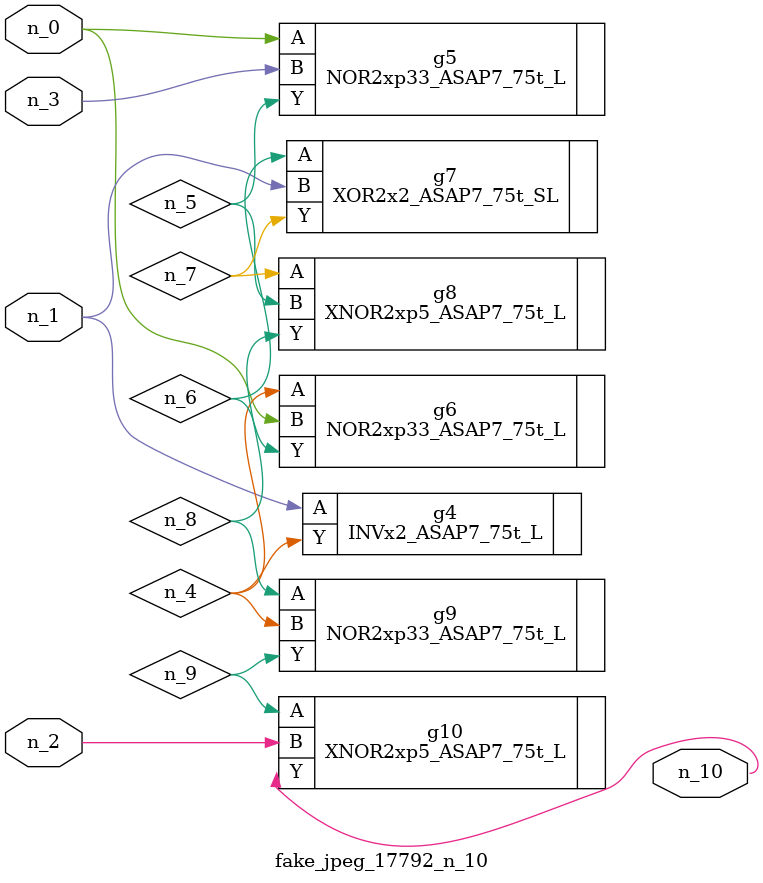
<source format=v>
module fake_jpeg_17792_n_10 (n_0, n_3, n_2, n_1, n_10);

input n_0;
input n_3;
input n_2;
input n_1;

output n_10;

wire n_4;
wire n_8;
wire n_9;
wire n_6;
wire n_5;
wire n_7;

INVx2_ASAP7_75t_L g4 ( 
.A(n_1),
.Y(n_4)
);

NOR2xp33_ASAP7_75t_L g5 ( 
.A(n_0),
.B(n_3),
.Y(n_5)
);

NOR2xp33_ASAP7_75t_L g6 ( 
.A(n_4),
.B(n_0),
.Y(n_6)
);

XOR2x2_ASAP7_75t_SL g7 ( 
.A(n_6),
.B(n_1),
.Y(n_7)
);

XNOR2xp5_ASAP7_75t_L g8 ( 
.A(n_7),
.B(n_5),
.Y(n_8)
);

NOR2xp33_ASAP7_75t_L g9 ( 
.A(n_8),
.B(n_4),
.Y(n_9)
);

XNOR2xp5_ASAP7_75t_L g10 ( 
.A(n_9),
.B(n_2),
.Y(n_10)
);


endmodule
</source>
